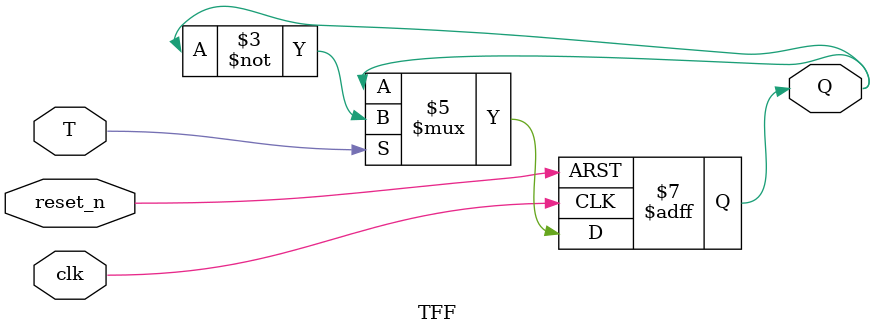
<source format=v>
module TFF(input wire T, input wire clk, input wire reset_n, output reg Q);
    always @(negedge clk or negedge reset_n) begin
        if (!reset_n) 
            Q <= 1'b0;           
        else if (T) 
            Q <= ~Q;               
        else 
            Q <= Q;                
    end
endmodule

</source>
